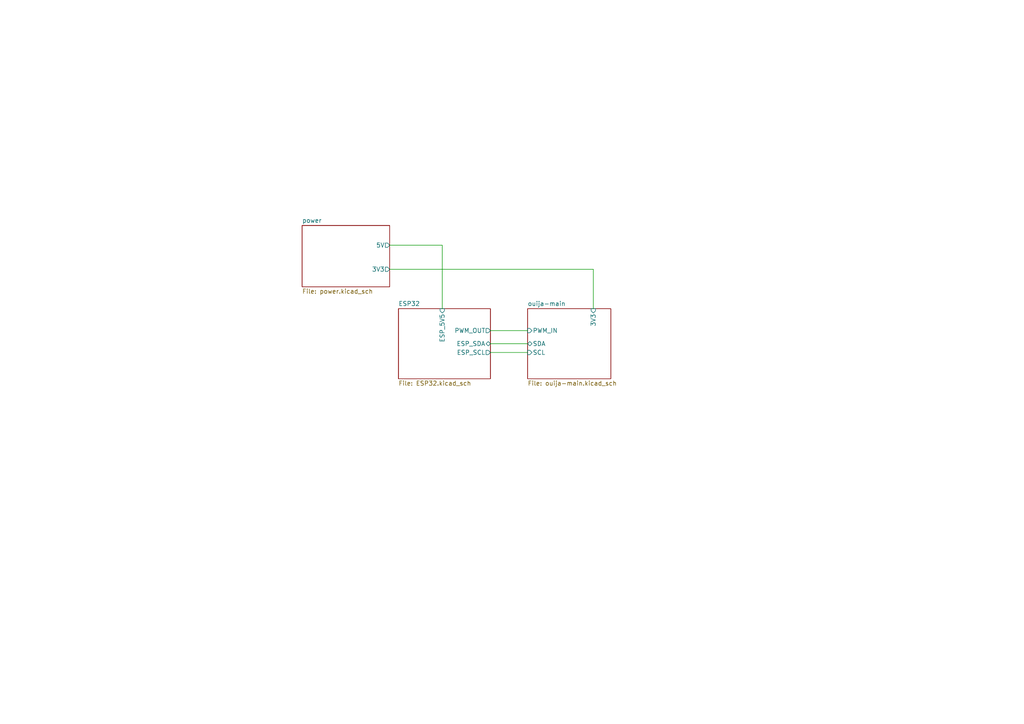
<source format=kicad_sch>
(kicad_sch (version 20230121) (generator eeschema)
  (paper "A4")
  (lib_symbols)
  (wire (pts (xy 113.03 71.12) (xy 128.27 71.12)))
  (wire (pts (xy 172.085 78.105) (xy 172.085 89.535)))
  (wire (pts (xy 142.24 102.235) (xy 153.035 102.235)))
  (wire (pts (xy 142.24 99.695) (xy 153.035 99.695)))
  (wire (pts (xy 128.27 71.12) (xy 128.27 89.535)))
  (wire (pts (xy 142.24 95.885) (xy 153.035 95.885)))
  (wire (pts (xy 113.03 78.105) (xy 172.085 78.105)))
  (sheet (at 115.57 89.535) (size 26.67 20.32) (stroke (width 0.1524))
    (property "Sheetname" "ESP32" (at 115.57 88.8234 0) (effects (justify left bottom)))
    (property "Sheetfile" "ESP32.kicad_sch" (at 115.57 110.4396 0) (effects (justify left top)))
    (pin "ESP_5V5" input (at 128.27 89.535 90))
    (pin "ESP_SDA" bidirectional (at 142.24 99.695 0))
    (pin "ESP_SCL" output (at 142.24 102.235 0))
    (pin "PWM_OUT" output (at 142.24 95.885 0))
  )
  (sheet (at 153.035 89.535) (size 24.13 20.32) (stroke (width 0.1524))
    (property "Sheetname" "ouija-main" (at 153.035 88.8234 0) (effects (justify left bottom)))
    (property "Sheetfile" "ouija-main.kicad_sch" (at 153.035 110.4396 0) (effects (justify left top)))
    (pin "SDA" bidirectional (at 153.035 99.695 180))
    (pin "SCL" input (at 153.035 102.235 180))
    (pin "PWM_IN" input (at 153.035 95.885 180))
    (pin "3V3" input (at 172.085 89.535 90))
  )
  (sheet (at 87.63 65.405) (size 25.4 17.78) (stroke (width 0.1524))
    (property "Sheetname" "power" (at 87.63 64.6934 0) (effects (justify left bottom)))
    (property "Sheetfile" "power.kicad_sch" (at 87.63 83.7696 0) (effects (justify left top)))
    (pin "3V3" output (at 113.03 78.105 0))
    (pin "5V" output (at 113.03 71.12 0))
  )
)
</source>
